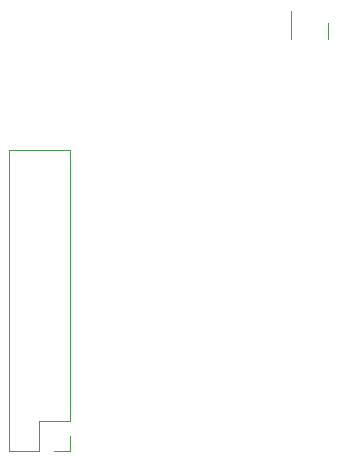
<source format=gbr>
%TF.GenerationSoftware,KiCad,Pcbnew,7.0.2*%
%TF.CreationDate,2023-04-28T15:55:32+02:00*%
%TF.ProjectId,picow_adapter,7069636f-775f-4616-9461-707465722e6b,rev?*%
%TF.SameCoordinates,Original*%
%TF.FileFunction,Legend,Bot*%
%TF.FilePolarity,Positive*%
%FSLAX46Y46*%
G04 Gerber Fmt 4.6, Leading zero omitted, Abs format (unit mm)*
G04 Created by KiCad (PCBNEW 7.0.2) date 2023-04-28 15:55:32*
%MOMM*%
%LPD*%
G01*
G04 APERTURE LIST*
%ADD10C,0.120000*%
G04 APERTURE END LIST*
D10*
%TO.C,J1*%
X48180000Y-60870000D02*
X53380000Y-60870000D01*
X48180000Y-86390000D02*
X48180000Y-60870000D01*
X48180000Y-86390000D02*
X50780000Y-86390000D01*
X50780000Y-83790000D02*
X53380000Y-83790000D01*
X50780000Y-86390000D02*
X50780000Y-83790000D01*
X52050000Y-86390000D02*
X53380000Y-86390000D01*
X53380000Y-83790000D02*
X53380000Y-60870000D01*
X53380000Y-86390000D02*
X53380000Y-85060000D01*
%TO.C,Q1*%
X75220000Y-50800000D02*
X75220000Y-50150000D01*
X75220000Y-50800000D02*
X75220000Y-51450000D01*
X72100000Y-50800000D02*
X72100000Y-49125000D01*
X72100000Y-50800000D02*
X72100000Y-51450000D01*
%TD*%
M02*

</source>
